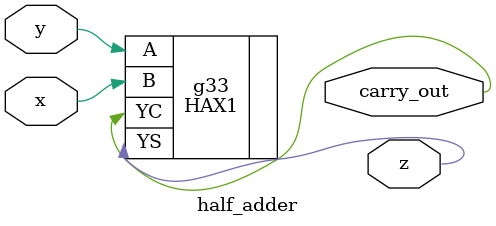
<source format=v>


// Verification Directory fv/half_adder 

module half_adder(x, y, z, carry_out);
  input x, y;
  output z, carry_out;
  wire x, y;
  wire z, carry_out;
  HAX1 g33(.A (y), .B (x), .YC (carry_out), .YS (z));
endmodule


</source>
